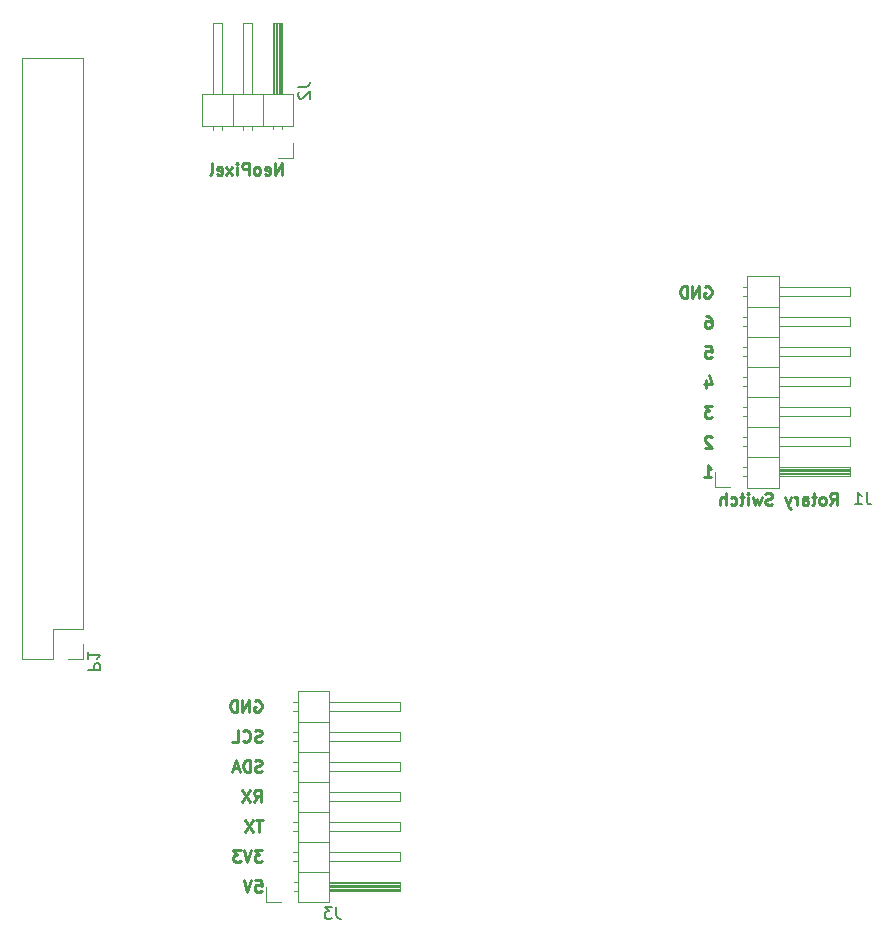
<source format=gbo>
%TF.GenerationSoftware,KiCad,Pcbnew,(5.0.0-3-g5ebb6b6)*%
%TF.CreationDate,2018-10-09T22:59:36+02:00*%
%TF.ProjectId,CNC_Control_Panel,434E435F436F6E74726F6C5F50616E65,rev?*%
%TF.SameCoordinates,Original*%
%TF.FileFunction,Legend,Bot*%
%TF.FilePolarity,Positive*%
%FSLAX46Y46*%
G04 Gerber Fmt 4.6, Leading zero omitted, Abs format (unit mm)*
G04 Created by KiCad (PCBNEW (5.0.0-3-g5ebb6b6)) date 2018 October 09, Tuesday 22:59:36*
%MOMM*%
%LPD*%
G01*
G04 APERTURE LIST*
%ADD10C,0.250000*%
%ADD11C,0.120000*%
%ADD12C,0.150000*%
G04 APERTURE END LIST*
D10*
X55063214Y-154031380D02*
X55539404Y-154031380D01*
X55587023Y-154507571D01*
X55539404Y-154459952D01*
X55444166Y-154412333D01*
X55206071Y-154412333D01*
X55110833Y-154459952D01*
X55063214Y-154507571D01*
X55015595Y-154602809D01*
X55015595Y-154840904D01*
X55063214Y-154936142D01*
X55110833Y-154983761D01*
X55206071Y-155031380D01*
X55444166Y-155031380D01*
X55539404Y-154983761D01*
X55587023Y-154936142D01*
X54729880Y-154031380D02*
X54396547Y-155031380D01*
X54063214Y-154031380D01*
X55634642Y-151491380D02*
X55015595Y-151491380D01*
X55348928Y-151872333D01*
X55206071Y-151872333D01*
X55110833Y-151919952D01*
X55063214Y-151967571D01*
X55015595Y-152062809D01*
X55015595Y-152300904D01*
X55063214Y-152396142D01*
X55110833Y-152443761D01*
X55206071Y-152491380D01*
X55491785Y-152491380D01*
X55587023Y-152443761D01*
X55634642Y-152396142D01*
X54729880Y-151491380D02*
X54396547Y-152491380D01*
X54063214Y-151491380D01*
X53825119Y-151491380D02*
X53206071Y-151491380D01*
X53539404Y-151872333D01*
X53396547Y-151872333D01*
X53301309Y-151919952D01*
X53253690Y-151967571D01*
X53206071Y-152062809D01*
X53206071Y-152300904D01*
X53253690Y-152396142D01*
X53301309Y-152443761D01*
X53396547Y-152491380D01*
X53682261Y-152491380D01*
X53777500Y-152443761D01*
X53825119Y-152396142D01*
X55682261Y-148951380D02*
X55110833Y-148951380D01*
X55396547Y-149951380D02*
X55396547Y-148951380D01*
X54872738Y-148951380D02*
X54206071Y-149951380D01*
X54206071Y-148951380D02*
X54872738Y-149951380D01*
X54967976Y-147411380D02*
X55301309Y-146935190D01*
X55539404Y-147411380D02*
X55539404Y-146411380D01*
X55158452Y-146411380D01*
X55063214Y-146459000D01*
X55015595Y-146506619D01*
X54967976Y-146601857D01*
X54967976Y-146744714D01*
X55015595Y-146839952D01*
X55063214Y-146887571D01*
X55158452Y-146935190D01*
X55539404Y-146935190D01*
X54634642Y-146411380D02*
X53967976Y-147411380D01*
X53967976Y-146411380D02*
X54634642Y-147411380D01*
X55587023Y-144823761D02*
X55444166Y-144871380D01*
X55206071Y-144871380D01*
X55110833Y-144823761D01*
X55063214Y-144776142D01*
X55015595Y-144680904D01*
X55015595Y-144585666D01*
X55063214Y-144490428D01*
X55110833Y-144442809D01*
X55206071Y-144395190D01*
X55396547Y-144347571D01*
X55491785Y-144299952D01*
X55539404Y-144252333D01*
X55587023Y-144157095D01*
X55587023Y-144061857D01*
X55539404Y-143966619D01*
X55491785Y-143919000D01*
X55396547Y-143871380D01*
X55158452Y-143871380D01*
X55015595Y-143919000D01*
X54587023Y-144871380D02*
X54587023Y-143871380D01*
X54348928Y-143871380D01*
X54206071Y-143919000D01*
X54110833Y-144014238D01*
X54063214Y-144109476D01*
X54015595Y-144299952D01*
X54015595Y-144442809D01*
X54063214Y-144633285D01*
X54110833Y-144728523D01*
X54206071Y-144823761D01*
X54348928Y-144871380D01*
X54587023Y-144871380D01*
X53634642Y-144585666D02*
X53158452Y-144585666D01*
X53729880Y-144871380D02*
X53396547Y-143871380D01*
X53063214Y-144871380D01*
X55587023Y-142283761D02*
X55444166Y-142331380D01*
X55206071Y-142331380D01*
X55110833Y-142283761D01*
X55063214Y-142236142D01*
X55015595Y-142140904D01*
X55015595Y-142045666D01*
X55063214Y-141950428D01*
X55110833Y-141902809D01*
X55206071Y-141855190D01*
X55396547Y-141807571D01*
X55491785Y-141759952D01*
X55539404Y-141712333D01*
X55587023Y-141617095D01*
X55587023Y-141521857D01*
X55539404Y-141426619D01*
X55491785Y-141379000D01*
X55396547Y-141331380D01*
X55158452Y-141331380D01*
X55015595Y-141379000D01*
X54015595Y-142236142D02*
X54063214Y-142283761D01*
X54206071Y-142331380D01*
X54301309Y-142331380D01*
X54444166Y-142283761D01*
X54539404Y-142188523D01*
X54587023Y-142093285D01*
X54634642Y-141902809D01*
X54634642Y-141759952D01*
X54587023Y-141569476D01*
X54539404Y-141474238D01*
X54444166Y-141379000D01*
X54301309Y-141331380D01*
X54206071Y-141331380D01*
X54063214Y-141379000D01*
X54015595Y-141426619D01*
X53110833Y-142331380D02*
X53587023Y-142331380D01*
X53587023Y-141331380D01*
X55015595Y-138839000D02*
X55110833Y-138791380D01*
X55253690Y-138791380D01*
X55396547Y-138839000D01*
X55491785Y-138934238D01*
X55539404Y-139029476D01*
X55587023Y-139219952D01*
X55587023Y-139362809D01*
X55539404Y-139553285D01*
X55491785Y-139648523D01*
X55396547Y-139743761D01*
X55253690Y-139791380D01*
X55158452Y-139791380D01*
X55015595Y-139743761D01*
X54967976Y-139696142D01*
X54967976Y-139362809D01*
X55158452Y-139362809D01*
X54539404Y-139791380D02*
X54539404Y-138791380D01*
X53967976Y-139791380D01*
X53967976Y-138791380D01*
X53491785Y-139791380D02*
X53491785Y-138791380D01*
X53253690Y-138791380D01*
X53110833Y-138839000D01*
X53015595Y-138934238D01*
X52967976Y-139029476D01*
X52920357Y-139219952D01*
X52920357Y-139362809D01*
X52967976Y-139553285D01*
X53015595Y-139648523D01*
X53110833Y-139743761D01*
X53253690Y-139791380D01*
X53491785Y-139791380D01*
X57317404Y-94325380D02*
X57317404Y-93325380D01*
X56745976Y-94325380D01*
X56745976Y-93325380D01*
X55888833Y-94277761D02*
X55984071Y-94325380D01*
X56174547Y-94325380D01*
X56269785Y-94277761D01*
X56317404Y-94182523D01*
X56317404Y-93801571D01*
X56269785Y-93706333D01*
X56174547Y-93658714D01*
X55984071Y-93658714D01*
X55888833Y-93706333D01*
X55841214Y-93801571D01*
X55841214Y-93896809D01*
X56317404Y-93992047D01*
X55269785Y-94325380D02*
X55365023Y-94277761D01*
X55412642Y-94230142D01*
X55460261Y-94134904D01*
X55460261Y-93849190D01*
X55412642Y-93753952D01*
X55365023Y-93706333D01*
X55269785Y-93658714D01*
X55126928Y-93658714D01*
X55031690Y-93706333D01*
X54984071Y-93753952D01*
X54936452Y-93849190D01*
X54936452Y-94134904D01*
X54984071Y-94230142D01*
X55031690Y-94277761D01*
X55126928Y-94325380D01*
X55269785Y-94325380D01*
X54507880Y-94325380D02*
X54507880Y-93325380D01*
X54126928Y-93325380D01*
X54031690Y-93373000D01*
X53984071Y-93420619D01*
X53936452Y-93515857D01*
X53936452Y-93658714D01*
X53984071Y-93753952D01*
X54031690Y-93801571D01*
X54126928Y-93849190D01*
X54507880Y-93849190D01*
X53507880Y-94325380D02*
X53507880Y-93658714D01*
X53507880Y-93325380D02*
X53555500Y-93373000D01*
X53507880Y-93420619D01*
X53460261Y-93373000D01*
X53507880Y-93325380D01*
X53507880Y-93420619D01*
X53126928Y-94325380D02*
X52603119Y-93658714D01*
X53126928Y-93658714D02*
X52603119Y-94325380D01*
X51841214Y-94277761D02*
X51936452Y-94325380D01*
X52126928Y-94325380D01*
X52222166Y-94277761D01*
X52269785Y-94182523D01*
X52269785Y-93801571D01*
X52222166Y-93706333D01*
X52126928Y-93658714D01*
X51936452Y-93658714D01*
X51841214Y-93706333D01*
X51793595Y-93801571D01*
X51793595Y-93896809D01*
X52269785Y-93992047D01*
X51222166Y-94325380D02*
X51317404Y-94277761D01*
X51365023Y-94182523D01*
X51365023Y-93325380D01*
X93077595Y-119930380D02*
X93649023Y-119930380D01*
X93363309Y-119930380D02*
X93363309Y-118930380D01*
X93458547Y-119073238D01*
X93553785Y-119168476D01*
X93649023Y-119216095D01*
X93687023Y-116534619D02*
X93639404Y-116487000D01*
X93544166Y-116439380D01*
X93306071Y-116439380D01*
X93210833Y-116487000D01*
X93163214Y-116534619D01*
X93115595Y-116629857D01*
X93115595Y-116725095D01*
X93163214Y-116867952D01*
X93734642Y-117439380D01*
X93115595Y-117439380D01*
X93734642Y-113899380D02*
X93115595Y-113899380D01*
X93448928Y-114280333D01*
X93306071Y-114280333D01*
X93210833Y-114327952D01*
X93163214Y-114375571D01*
X93115595Y-114470809D01*
X93115595Y-114708904D01*
X93163214Y-114804142D01*
X93210833Y-114851761D01*
X93306071Y-114899380D01*
X93591785Y-114899380D01*
X93687023Y-114851761D01*
X93734642Y-114804142D01*
X93210833Y-111692714D02*
X93210833Y-112359380D01*
X93448928Y-111311761D02*
X93687023Y-112026047D01*
X93067976Y-112026047D01*
X93163214Y-108819380D02*
X93639404Y-108819380D01*
X93687023Y-109295571D01*
X93639404Y-109247952D01*
X93544166Y-109200333D01*
X93306071Y-109200333D01*
X93210833Y-109247952D01*
X93163214Y-109295571D01*
X93115595Y-109390809D01*
X93115595Y-109628904D01*
X93163214Y-109724142D01*
X93210833Y-109771761D01*
X93306071Y-109819380D01*
X93544166Y-109819380D01*
X93639404Y-109771761D01*
X93687023Y-109724142D01*
X93210833Y-106279380D02*
X93401309Y-106279380D01*
X93496547Y-106327000D01*
X93544166Y-106374619D01*
X93639404Y-106517476D01*
X93687023Y-106707952D01*
X93687023Y-107088904D01*
X93639404Y-107184142D01*
X93591785Y-107231761D01*
X93496547Y-107279380D01*
X93306071Y-107279380D01*
X93210833Y-107231761D01*
X93163214Y-107184142D01*
X93115595Y-107088904D01*
X93115595Y-106850809D01*
X93163214Y-106755571D01*
X93210833Y-106707952D01*
X93306071Y-106660333D01*
X93496547Y-106660333D01*
X93591785Y-106707952D01*
X93639404Y-106755571D01*
X93687023Y-106850809D01*
X93115595Y-103787000D02*
X93210833Y-103739380D01*
X93353690Y-103739380D01*
X93496547Y-103787000D01*
X93591785Y-103882238D01*
X93639404Y-103977476D01*
X93687023Y-104167952D01*
X93687023Y-104310809D01*
X93639404Y-104501285D01*
X93591785Y-104596523D01*
X93496547Y-104691761D01*
X93353690Y-104739380D01*
X93258452Y-104739380D01*
X93115595Y-104691761D01*
X93067976Y-104644142D01*
X93067976Y-104310809D01*
X93258452Y-104310809D01*
X92639404Y-104739380D02*
X92639404Y-103739380D01*
X92067976Y-104739380D01*
X92067976Y-103739380D01*
X91591785Y-104739380D02*
X91591785Y-103739380D01*
X91353690Y-103739380D01*
X91210833Y-103787000D01*
X91115595Y-103882238D01*
X91067976Y-103977476D01*
X91020357Y-104167952D01*
X91020357Y-104310809D01*
X91067976Y-104501285D01*
X91115595Y-104596523D01*
X91210833Y-104691761D01*
X91353690Y-104739380D01*
X91591785Y-104739380D01*
X103731142Y-122265380D02*
X104064476Y-121789190D01*
X104302571Y-122265380D02*
X104302571Y-121265380D01*
X103921619Y-121265380D01*
X103826380Y-121313000D01*
X103778761Y-121360619D01*
X103731142Y-121455857D01*
X103731142Y-121598714D01*
X103778761Y-121693952D01*
X103826380Y-121741571D01*
X103921619Y-121789190D01*
X104302571Y-121789190D01*
X103159714Y-122265380D02*
X103254952Y-122217761D01*
X103302571Y-122170142D01*
X103350190Y-122074904D01*
X103350190Y-121789190D01*
X103302571Y-121693952D01*
X103254952Y-121646333D01*
X103159714Y-121598714D01*
X103016857Y-121598714D01*
X102921619Y-121646333D01*
X102874000Y-121693952D01*
X102826380Y-121789190D01*
X102826380Y-122074904D01*
X102874000Y-122170142D01*
X102921619Y-122217761D01*
X103016857Y-122265380D01*
X103159714Y-122265380D01*
X102540666Y-121598714D02*
X102159714Y-121598714D01*
X102397809Y-121265380D02*
X102397809Y-122122523D01*
X102350190Y-122217761D01*
X102254952Y-122265380D01*
X102159714Y-122265380D01*
X101397809Y-122265380D02*
X101397809Y-121741571D01*
X101445428Y-121646333D01*
X101540666Y-121598714D01*
X101731142Y-121598714D01*
X101826380Y-121646333D01*
X101397809Y-122217761D02*
X101493047Y-122265380D01*
X101731142Y-122265380D01*
X101826380Y-122217761D01*
X101874000Y-122122523D01*
X101874000Y-122027285D01*
X101826380Y-121932047D01*
X101731142Y-121884428D01*
X101493047Y-121884428D01*
X101397809Y-121836809D01*
X100921619Y-122265380D02*
X100921619Y-121598714D01*
X100921619Y-121789190D02*
X100874000Y-121693952D01*
X100826380Y-121646333D01*
X100731142Y-121598714D01*
X100635904Y-121598714D01*
X100397809Y-121598714D02*
X100159714Y-122265380D01*
X99921619Y-121598714D02*
X100159714Y-122265380D01*
X100254952Y-122503476D01*
X100302571Y-122551095D01*
X100397809Y-122598714D01*
X98826380Y-122217761D02*
X98683523Y-122265380D01*
X98445428Y-122265380D01*
X98350190Y-122217761D01*
X98302571Y-122170142D01*
X98254952Y-122074904D01*
X98254952Y-121979666D01*
X98302571Y-121884428D01*
X98350190Y-121836809D01*
X98445428Y-121789190D01*
X98635904Y-121741571D01*
X98731142Y-121693952D01*
X98778761Y-121646333D01*
X98826380Y-121551095D01*
X98826380Y-121455857D01*
X98778761Y-121360619D01*
X98731142Y-121313000D01*
X98635904Y-121265380D01*
X98397809Y-121265380D01*
X98254952Y-121313000D01*
X97921619Y-121598714D02*
X97731142Y-122265380D01*
X97540666Y-121789190D01*
X97350190Y-122265380D01*
X97159714Y-121598714D01*
X96778761Y-122265380D02*
X96778761Y-121598714D01*
X96778761Y-121265380D02*
X96826380Y-121313000D01*
X96778761Y-121360619D01*
X96731142Y-121313000D01*
X96778761Y-121265380D01*
X96778761Y-121360619D01*
X96445428Y-121598714D02*
X96064476Y-121598714D01*
X96302571Y-121265380D02*
X96302571Y-122122523D01*
X96254952Y-122217761D01*
X96159714Y-122265380D01*
X96064476Y-122265380D01*
X95302571Y-122217761D02*
X95397809Y-122265380D01*
X95588285Y-122265380D01*
X95683523Y-122217761D01*
X95731142Y-122170142D01*
X95778761Y-122074904D01*
X95778761Y-121789190D01*
X95731142Y-121693952D01*
X95683523Y-121646333D01*
X95588285Y-121598714D01*
X95397809Y-121598714D01*
X95302571Y-121646333D01*
X94874000Y-122265380D02*
X94874000Y-121265380D01*
X94445428Y-122265380D02*
X94445428Y-121741571D01*
X94493047Y-121646333D01*
X94588285Y-121598714D01*
X94731142Y-121598714D01*
X94826380Y-121646333D01*
X94874000Y-121693952D01*
D11*
X35306000Y-135335000D02*
X37906000Y-135335000D01*
X35306000Y-135335000D02*
X35306000Y-84415000D01*
X35306000Y-84415000D02*
X40506000Y-84415000D01*
X40506000Y-132735000D02*
X40506000Y-84415000D01*
X37906000Y-132735000D02*
X40506000Y-132735000D01*
X37906000Y-135335000D02*
X37906000Y-132735000D01*
X40506000Y-135335000D02*
X40506000Y-134005000D01*
X39176000Y-135335000D02*
X40506000Y-135335000D01*
X96712000Y-120808000D02*
X96712000Y-102908000D01*
X96712000Y-102908000D02*
X99372000Y-102908000D01*
X99372000Y-102908000D02*
X99372000Y-120808000D01*
X99372000Y-120808000D02*
X96712000Y-120808000D01*
X99372000Y-119858000D02*
X105372000Y-119858000D01*
X105372000Y-119858000D02*
X105372000Y-119098000D01*
X105372000Y-119098000D02*
X99372000Y-119098000D01*
X99372000Y-119798000D02*
X105372000Y-119798000D01*
X99372000Y-119678000D02*
X105372000Y-119678000D01*
X99372000Y-119558000D02*
X105372000Y-119558000D01*
X99372000Y-119438000D02*
X105372000Y-119438000D01*
X99372000Y-119318000D02*
X105372000Y-119318000D01*
X99372000Y-119198000D02*
X105372000Y-119198000D01*
X96382000Y-119858000D02*
X96712000Y-119858000D01*
X96382000Y-119098000D02*
X96712000Y-119098000D01*
X96712000Y-118208000D02*
X99372000Y-118208000D01*
X99372000Y-117318000D02*
X105372000Y-117318000D01*
X105372000Y-117318000D02*
X105372000Y-116558000D01*
X105372000Y-116558000D02*
X99372000Y-116558000D01*
X96314929Y-117318000D02*
X96712000Y-117318000D01*
X96314929Y-116558000D02*
X96712000Y-116558000D01*
X96712000Y-115668000D02*
X99372000Y-115668000D01*
X99372000Y-114778000D02*
X105372000Y-114778000D01*
X105372000Y-114778000D02*
X105372000Y-114018000D01*
X105372000Y-114018000D02*
X99372000Y-114018000D01*
X96314929Y-114778000D02*
X96712000Y-114778000D01*
X96314929Y-114018000D02*
X96712000Y-114018000D01*
X96712000Y-113128000D02*
X99372000Y-113128000D01*
X99372000Y-112238000D02*
X105372000Y-112238000D01*
X105372000Y-112238000D02*
X105372000Y-111478000D01*
X105372000Y-111478000D02*
X99372000Y-111478000D01*
X96314929Y-112238000D02*
X96712000Y-112238000D01*
X96314929Y-111478000D02*
X96712000Y-111478000D01*
X96712000Y-110588000D02*
X99372000Y-110588000D01*
X99372000Y-109698000D02*
X105372000Y-109698000D01*
X105372000Y-109698000D02*
X105372000Y-108938000D01*
X105372000Y-108938000D02*
X99372000Y-108938000D01*
X96314929Y-109698000D02*
X96712000Y-109698000D01*
X96314929Y-108938000D02*
X96712000Y-108938000D01*
X96712000Y-108048000D02*
X99372000Y-108048000D01*
X99372000Y-107158000D02*
X105372000Y-107158000D01*
X105372000Y-107158000D02*
X105372000Y-106398000D01*
X105372000Y-106398000D02*
X99372000Y-106398000D01*
X96314929Y-107158000D02*
X96712000Y-107158000D01*
X96314929Y-106398000D02*
X96712000Y-106398000D01*
X96712000Y-105508000D02*
X99372000Y-105508000D01*
X99372000Y-104618000D02*
X105372000Y-104618000D01*
X105372000Y-104618000D02*
X105372000Y-103858000D01*
X105372000Y-103858000D02*
X99372000Y-103858000D01*
X96314929Y-104618000D02*
X96712000Y-104618000D01*
X96314929Y-103858000D02*
X96712000Y-103858000D01*
X94002000Y-119478000D02*
X94002000Y-120748000D01*
X94002000Y-120748000D02*
X95272000Y-120748000D01*
X58286000Y-90147000D02*
X50546000Y-90147000D01*
X50546000Y-90147000D02*
X50546000Y-87487000D01*
X50546000Y-87487000D02*
X58286000Y-87487000D01*
X58286000Y-87487000D02*
X58286000Y-90147000D01*
X57336000Y-87487000D02*
X57336000Y-81487000D01*
X57336000Y-81487000D02*
X56576000Y-81487000D01*
X56576000Y-81487000D02*
X56576000Y-87487000D01*
X57276000Y-87487000D02*
X57276000Y-81487000D01*
X57156000Y-87487000D02*
X57156000Y-81487000D01*
X57036000Y-87487000D02*
X57036000Y-81487000D01*
X56916000Y-87487000D02*
X56916000Y-81487000D01*
X56796000Y-87487000D02*
X56796000Y-81487000D01*
X56676000Y-87487000D02*
X56676000Y-81487000D01*
X57336000Y-90477000D02*
X57336000Y-90147000D01*
X56576000Y-90477000D02*
X56576000Y-90147000D01*
X55686000Y-90147000D02*
X55686000Y-87487000D01*
X54796000Y-87487000D02*
X54796000Y-81487000D01*
X54796000Y-81487000D02*
X54036000Y-81487000D01*
X54036000Y-81487000D02*
X54036000Y-87487000D01*
X54796000Y-90544071D02*
X54796000Y-90147000D01*
X54036000Y-90544071D02*
X54036000Y-90147000D01*
X53146000Y-90147000D02*
X53146000Y-87487000D01*
X52256000Y-87487000D02*
X52256000Y-81487000D01*
X52256000Y-81487000D02*
X51496000Y-81487000D01*
X51496000Y-81487000D02*
X51496000Y-87487000D01*
X52256000Y-90544071D02*
X52256000Y-90147000D01*
X51496000Y-90544071D02*
X51496000Y-90147000D01*
X56956000Y-92857000D02*
X58226000Y-92857000D01*
X58226000Y-92857000D02*
X58226000Y-91587000D01*
X58650000Y-155909000D02*
X58650000Y-138009000D01*
X58650000Y-138009000D02*
X61310000Y-138009000D01*
X61310000Y-138009000D02*
X61310000Y-155909000D01*
X61310000Y-155909000D02*
X58650000Y-155909000D01*
X61310000Y-154959000D02*
X67310000Y-154959000D01*
X67310000Y-154959000D02*
X67310000Y-154199000D01*
X67310000Y-154199000D02*
X61310000Y-154199000D01*
X61310000Y-154899000D02*
X67310000Y-154899000D01*
X61310000Y-154779000D02*
X67310000Y-154779000D01*
X61310000Y-154659000D02*
X67310000Y-154659000D01*
X61310000Y-154539000D02*
X67310000Y-154539000D01*
X61310000Y-154419000D02*
X67310000Y-154419000D01*
X61310000Y-154299000D02*
X67310000Y-154299000D01*
X58320000Y-154959000D02*
X58650000Y-154959000D01*
X58320000Y-154199000D02*
X58650000Y-154199000D01*
X58650000Y-153309000D02*
X61310000Y-153309000D01*
X61310000Y-152419000D02*
X67310000Y-152419000D01*
X67310000Y-152419000D02*
X67310000Y-151659000D01*
X67310000Y-151659000D02*
X61310000Y-151659000D01*
X58252929Y-152419000D02*
X58650000Y-152419000D01*
X58252929Y-151659000D02*
X58650000Y-151659000D01*
X58650000Y-150769000D02*
X61310000Y-150769000D01*
X61310000Y-149879000D02*
X67310000Y-149879000D01*
X67310000Y-149879000D02*
X67310000Y-149119000D01*
X67310000Y-149119000D02*
X61310000Y-149119000D01*
X58252929Y-149879000D02*
X58650000Y-149879000D01*
X58252929Y-149119000D02*
X58650000Y-149119000D01*
X58650000Y-148229000D02*
X61310000Y-148229000D01*
X61310000Y-147339000D02*
X67310000Y-147339000D01*
X67310000Y-147339000D02*
X67310000Y-146579000D01*
X67310000Y-146579000D02*
X61310000Y-146579000D01*
X58252929Y-147339000D02*
X58650000Y-147339000D01*
X58252929Y-146579000D02*
X58650000Y-146579000D01*
X58650000Y-145689000D02*
X61310000Y-145689000D01*
X61310000Y-144799000D02*
X67310000Y-144799000D01*
X67310000Y-144799000D02*
X67310000Y-144039000D01*
X67310000Y-144039000D02*
X61310000Y-144039000D01*
X58252929Y-144799000D02*
X58650000Y-144799000D01*
X58252929Y-144039000D02*
X58650000Y-144039000D01*
X58650000Y-143149000D02*
X61310000Y-143149000D01*
X61310000Y-142259000D02*
X67310000Y-142259000D01*
X67310000Y-142259000D02*
X67310000Y-141499000D01*
X67310000Y-141499000D02*
X61310000Y-141499000D01*
X58252929Y-142259000D02*
X58650000Y-142259000D01*
X58252929Y-141499000D02*
X58650000Y-141499000D01*
X58650000Y-140609000D02*
X61310000Y-140609000D01*
X61310000Y-139719000D02*
X67310000Y-139719000D01*
X67310000Y-139719000D02*
X67310000Y-138959000D01*
X67310000Y-138959000D02*
X61310000Y-138959000D01*
X58252929Y-139719000D02*
X58650000Y-139719000D01*
X58252929Y-138959000D02*
X58650000Y-138959000D01*
X55940000Y-154579000D02*
X55940000Y-155849000D01*
X55940000Y-155849000D02*
X57210000Y-155849000D01*
D12*
X40931619Y-136255095D02*
X41931619Y-136255095D01*
X41931619Y-135874142D01*
X41884000Y-135778904D01*
X41836380Y-135731285D01*
X41741142Y-135683666D01*
X41598285Y-135683666D01*
X41503047Y-135731285D01*
X41455428Y-135778904D01*
X41407809Y-135874142D01*
X41407809Y-136255095D01*
X40931619Y-134731285D02*
X40931619Y-135302714D01*
X40931619Y-135017000D02*
X41931619Y-135017000D01*
X41788761Y-135112238D01*
X41693523Y-135207476D01*
X41645904Y-135302714D01*
X106819333Y-121200380D02*
X106819333Y-121914666D01*
X106866952Y-122057523D01*
X106962190Y-122152761D01*
X107105047Y-122200380D01*
X107200285Y-122200380D01*
X105819333Y-122200380D02*
X106390761Y-122200380D01*
X106105047Y-122200380D02*
X106105047Y-121200380D01*
X106200285Y-121343238D01*
X106295523Y-121438476D01*
X106390761Y-121486095D01*
X58678380Y-86868666D02*
X59392666Y-86868666D01*
X59535523Y-86821047D01*
X59630761Y-86725809D01*
X59678380Y-86582952D01*
X59678380Y-86487714D01*
X58773619Y-87297238D02*
X58726000Y-87344857D01*
X58678380Y-87440095D01*
X58678380Y-87678190D01*
X58726000Y-87773428D01*
X58773619Y-87821047D01*
X58868857Y-87868666D01*
X58964095Y-87868666D01*
X59106952Y-87821047D01*
X59678380Y-87249619D01*
X59678380Y-87868666D01*
X61928333Y-156301380D02*
X61928333Y-157015666D01*
X61975952Y-157158523D01*
X62071190Y-157253761D01*
X62214047Y-157301380D01*
X62309285Y-157301380D01*
X61547380Y-156301380D02*
X60928333Y-156301380D01*
X61261666Y-156682333D01*
X61118809Y-156682333D01*
X61023571Y-156729952D01*
X60975952Y-156777571D01*
X60928333Y-156872809D01*
X60928333Y-157110904D01*
X60975952Y-157206142D01*
X61023571Y-157253761D01*
X61118809Y-157301380D01*
X61404523Y-157301380D01*
X61499761Y-157253761D01*
X61547380Y-157206142D01*
M02*

</source>
